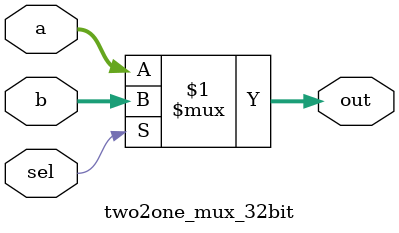
<source format=v>


module two2one_mux_32bit(a, b, sel, out);

    input [31:0] a, b;
    input sel;
    output [31:0] out;
    
    assign out = sel ? b : a;

endmodule
</source>
